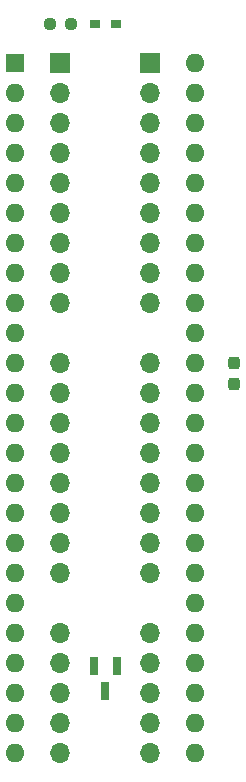
<source format=gbr>
G04 #@! TF.GenerationSoftware,KiCad,Pcbnew,8.0.8+dfsg-1*
G04 #@! TF.CreationDate,2025-06-20T16:24:31+09:00*
G04 #@! TF.ProjectId,bionic-p8095,62696f6e-6963-42d7-9038-3039352e6b69,1*
G04 #@! TF.SameCoordinates,Original*
G04 #@! TF.FileFunction,Soldermask,Top*
G04 #@! TF.FilePolarity,Negative*
%FSLAX46Y46*%
G04 Gerber Fmt 4.6, Leading zero omitted, Abs format (unit mm)*
G04 Created by KiCad (PCBNEW 8.0.8+dfsg-1) date 2025-06-20 16:24:31*
%MOMM*%
%LPD*%
G01*
G04 APERTURE LIST*
G04 Aperture macros list*
%AMRoundRect*
0 Rectangle with rounded corners*
0 $1 Rounding radius*
0 $2 $3 $4 $5 $6 $7 $8 $9 X,Y pos of 4 corners*
0 Add a 4 corners polygon primitive as box body*
4,1,4,$2,$3,$4,$5,$6,$7,$8,$9,$2,$3,0*
0 Add four circle primitives for the rounded corners*
1,1,$1+$1,$2,$3*
1,1,$1+$1,$4,$5*
1,1,$1+$1,$6,$7*
1,1,$1+$1,$8,$9*
0 Add four rect primitives between the rounded corners*
20,1,$1+$1,$2,$3,$4,$5,0*
20,1,$1+$1,$4,$5,$6,$7,0*
20,1,$1+$1,$6,$7,$8,$9,0*
20,1,$1+$1,$8,$9,$2,$3,0*%
G04 Aperture macros list end*
%ADD10RoundRect,0.237500X0.250000X0.237500X-0.250000X0.237500X-0.250000X-0.237500X0.250000X-0.237500X0*%
%ADD11R,1.600000X1.600000*%
%ADD12O,1.600000X1.600000*%
%ADD13R,0.965200X0.762000*%
%ADD14RoundRect,0.237500X-0.237500X0.300000X-0.237500X-0.300000X0.237500X-0.300000X0.237500X0.300000X0*%
%ADD15R,0.660400X1.625600*%
%ADD16O,1.700000X1.700000*%
%ADD17R,1.700000X1.700000*%
G04 APERTURE END LIST*
D10*
X110804400Y-71778000D03*
X108979400Y-71778000D03*
D11*
X106080000Y-75080000D03*
D12*
X106080000Y-77620000D03*
X106080000Y-80160000D03*
X106080000Y-82700000D03*
X106080000Y-85240000D03*
X106080000Y-87780000D03*
X106080000Y-90320000D03*
X106080000Y-92860000D03*
X106080000Y-95400000D03*
X106080000Y-97940000D03*
X106080000Y-100480000D03*
X106080000Y-103020000D03*
X106080000Y-105560000D03*
X106080000Y-108100000D03*
X106080000Y-110640000D03*
X106080000Y-113180000D03*
X106080000Y-115720000D03*
X106080000Y-118260000D03*
X106080000Y-120800000D03*
X106080000Y-123340000D03*
X106080000Y-125880000D03*
X106080000Y-128420000D03*
X106080000Y-130960000D03*
X106080000Y-133500000D03*
X121320000Y-133500000D03*
X121320000Y-130960000D03*
X121320000Y-128420000D03*
X121320000Y-125880000D03*
X121320000Y-123340000D03*
X121320000Y-120800000D03*
X121320000Y-118260000D03*
X121320000Y-115720000D03*
X121320000Y-113180000D03*
X121320000Y-110640000D03*
X121320000Y-108100000D03*
X121320000Y-105560000D03*
X121320000Y-103020000D03*
X121320000Y-100480000D03*
X121320000Y-97940000D03*
X121320000Y-95400000D03*
X121320000Y-92860000D03*
X121320000Y-90320000D03*
X121320000Y-87780000D03*
X121320000Y-85240000D03*
X121320000Y-82700000D03*
X121320000Y-80160000D03*
X121320000Y-77620000D03*
X121320000Y-75080000D03*
D13*
X112823700Y-71778000D03*
X114576300Y-71778000D03*
D14*
X124622000Y-100482200D03*
X124622000Y-102207200D03*
D15*
X114650001Y-126084000D03*
X112749999Y-126084000D03*
X113700000Y-128216000D03*
D16*
X117510000Y-133500000D03*
X117510000Y-130960000D03*
X117510000Y-128420000D03*
X117510000Y-125880000D03*
X117510000Y-123340000D03*
X117510000Y-118260000D03*
X117510000Y-115720000D03*
X117510000Y-113180000D03*
X117510000Y-110640000D03*
X117510000Y-108100000D03*
X117510000Y-105560000D03*
X117510000Y-103020000D03*
X117510000Y-100480000D03*
X117510000Y-95400000D03*
X117510000Y-92860000D03*
X117510000Y-90320000D03*
X117510000Y-87780000D03*
X117510000Y-85240000D03*
X117510000Y-82700000D03*
X117510000Y-80160000D03*
X117510000Y-77620000D03*
D17*
X117510000Y-75080000D03*
X109890000Y-75080000D03*
D16*
X109890000Y-77620000D03*
X109890000Y-80160000D03*
X109890000Y-82700000D03*
X109890000Y-85240000D03*
X109890000Y-87780000D03*
X109890000Y-90320000D03*
X109890000Y-92860000D03*
X109890000Y-95400000D03*
X109890000Y-100480000D03*
X109890000Y-103020000D03*
X109890000Y-105560000D03*
X109890000Y-108100000D03*
X109890000Y-110640000D03*
X109890000Y-113180000D03*
X109890000Y-115720000D03*
X109890000Y-118260000D03*
X109890000Y-123340000D03*
X109890000Y-125880000D03*
X109890000Y-128420000D03*
X109890000Y-130960000D03*
X109890000Y-133500000D03*
M02*

</source>
